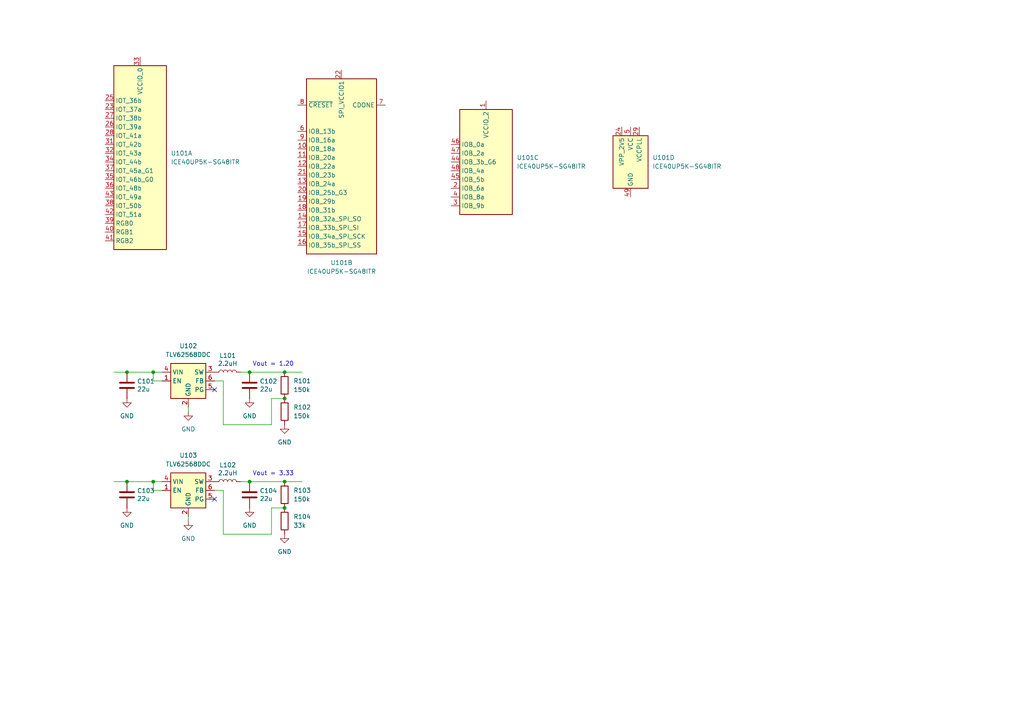
<source format=kicad_sch>
(kicad_sch (version 20231120) (generator "eeschema") (generator_version "8.0")
  (paper "A4")
  (lib_symbols
    (symbol "Device:C" (pin_numbers hide) (pin_names (offset 0.254))
      (property "Reference" "C" (at 0.635 2.54 0))
      (property "Value" "C" (at 0.635 -2.54 0))
      (symbol "C_0_1"
        (polyline (pts (xy -2.032 -0.762) (xy 2.032 -0.762)) (stroke (width 0.508)))
        (polyline (pts (xy -2.032 0.762) (xy 2.032 0.762)) (stroke (width 0.508)))
      )
      (symbol "C_1_1"
        (pin passive line (at 0 3.81 270) (length 2.794) (name "~") (number "1"))
        (pin passive line (at 0 -3.81 90) (length 2.794) (name "~") (number "2"))
      )
    )
    (symbol "Device:L" (pin_numbers hide) (pin_names (offset 1.016) hide)
      (property "Reference" "L" (at -1.27 0 90))
      (property "Value" "L" (at 1.905 0 90))
      (symbol "L_0_1"
        (arc (start 0 -2.54) (mid 0.6323 -1.905) (end 0 -1.27))
        (arc (start 0 -1.27) (mid 0.6323 -0.635) (end 0 0))
        (arc (start 0 0) (mid 0.6323 0.635) (end 0 1.27))
        (arc (start 0 1.27) (mid 0.6323 1.905) (end 0 2.54))
      )
      (symbol "L_1_1"
        (pin passive line (at 0 3.81 270) (length 1.27) (name "1") (number "1"))
        (pin passive line (at 0 -3.81 90) (length 1.27) (name "2") (number "2"))
      )
    )
    (symbol "Device:R" (pin_numbers hide) (pin_names (offset 0))
      (property "Reference" "R" (at 2.032 0 90))
      (property "Value" "R" (at 0 0 90))
      (symbol "R_0_1"
        (rectangle (start -1.016 -2.54) (end 1.016 2.54) (stroke (width 0.254)))
      )
      (symbol "R_1_1"
        (pin passive line (at 0 3.81 270) (length 1.27) (name "~") (number "1"))
        (pin passive line (at 0 -3.81 90) (length 1.27) (name "~") (number "2"))
      )
    )
    (symbol "FPGA_Lattice:ICE40UP5K-SG48ITR"
      (property "Reference" "U" (at -8.89 -29.21 0))
      (property "Value" "ICE40UP5K-SG48ITR" (at 0 -31.75 0))
      (symbol "ICE40UP5K-SG48ITR_1_1"
        (rectangle (start -7.62 25.4) (end 7.62 -27.94) (stroke (width 0.254)) (fill (type background)))
        (pin bidirectional line (at -10.16 12.7 0) (length 2.54) (name "IOT_37a") (number "23"))
        (pin bidirectional line (at -10.16 15.24 0) (length 2.54) (name "IOT_36b") (number "25"))
        (pin bidirectional line (at -10.16 7.62 0) (length 2.54) (name "IOT_39a") (number "26"))
        (pin bidirectional line (at -10.16 10.16 0) (length 2.54) (name "IOT_38b") (number "27"))
        (pin bidirectional line (at -10.16 5.08 0) (length 2.54) (name "IOT_41a") (number "28"))
        (pin bidirectional line (at -10.16 2.54 0) (length 2.54) (name "IOT_42b") (number "31"))
        (pin bidirectional line (at -10.16 0 0) (length 2.54) (name "IOT_43a") (number "32"))
        (pin power_in line (at 0 27.94 270) (length 2.54) (name "VCCIO_0") (number "33"))
        (pin bidirectional line (at -10.16 -2.54 0) (length 2.54) (name "IOT_44b") (number "34"))
        (pin bidirectional line (at -10.16 -7.62 0) (length 2.54) (name "IOT_46b_G0") (number "35"))
        (pin bidirectional line (at -10.16 -10.16 0) (length 2.54) (name "IOT_48b") (number "36"))
        (pin bidirectional line (at -10.16 -5.08 0) (length 2.54) (name "IOT_45a_G1") (number "37"))
        (pin bidirectional line (at -10.16 -15.24 0) (length 2.54) (name "IOT_50b") (number "38"))
        (pin open_collector line (at -10.16 -20.32 0) (length 2.54) (name "RGB0") (number "39"))
        (pin open_collector line (at -10.16 -22.86 0) (length 2.54) (name "RGB1") (number "40"))
        (pin open_collector line (at -10.16 -25.4 0) (length 2.54) (name "RGB2") (number "41"))
        (pin bidirectional line (at -10.16 -17.78 0) (length 2.54) (name "IOT_51a") (number "42"))
        (pin bidirectional line (at -10.16 -12.7 0) (length 2.54) (name "IOT_49a") (number "43"))
      )
      (symbol "ICE40UP5K-SG48ITR_2_1"
        (rectangle (start -10.16 25.4) (end 10.16 -25.4) (stroke (width 0.254)) (fill (type background)))
        (pin bidirectional line (at -12.7 5.08 0) (length 2.54) (name "IOB_18a") (number "10"))
        (pin bidirectional line (at -12.7 2.54 0) (length 2.54) (name "IOB_20a") (number "11"))
        (pin bidirectional line (at -12.7 0 0) (length 2.54) (name "IOB_22a") (number "12"))
        (pin bidirectional line (at -12.7 -5.08 0) (length 2.54) (name "IOB_24a") (number "13"))
        (pin bidirectional line (at -12.7 -15.24 0) (length 2.54) (name "IOB_32a_SPI_SO") (number "14"))
        (pin bidirectional line (at -12.7 -20.32 0) (length 2.54) (name "IOB_34a_SPI_SCK") (number "15"))
        (pin bidirectional line (at -12.7 -22.86 0) (length 2.54) (name "IOB_35b_SPI_SS") (number "16"))
        (pin bidirectional line (at -12.7 -17.78 0) (length 2.54) (name "IOB_33b_SPI_SI") (number "17"))
        (pin bidirectional line (at -12.7 -12.7 0) (length 2.54) (name "IOB_31b") (number "18"))
        (pin bidirectional line (at -12.7 -10.16 0) (length 2.54) (name "IOB_29b") (number "19"))
        (pin bidirectional line (at -12.7 -7.62 0) (length 2.54) (name "IOB_25b_G3") (number "20"))
        (pin bidirectional line (at -12.7 -2.54 0) (length 2.54) (name "IOB_23b") (number "21"))
        (pin power_in line (at 0 27.94 270) (length 2.54) (name "SPI_VCCIO1") (number "22"))
        (pin bidirectional line (at -12.7 10.16 0) (length 2.54) (name "IOB_13b") (number "6"))
        (pin open_collector line (at 12.7 17.78 180) (length 2.54) (name "CDONE") (number "7"))
        (pin input line (at -12.7 17.78 0) (length 2.54) (name "~{CRESET}") (number "8"))
        (pin bidirectional line (at -12.7 7.62 0) (length 2.54) (name "IOB_16a") (number "9"))
      )
      (symbol "ICE40UP5K-SG48ITR_3_1"
        (rectangle (start -7.62 15.24) (end 7.62 -15.24) (stroke (width 0.254)) (fill (type background)))
        (pin power_in line (at 0 17.78 270) (length 2.54) (name "VCCIO_2") (number "1"))
        (pin bidirectional line (at -10.16 -7.62 0) (length 2.54) (name "IOB_6a") (number "2"))
        (pin bidirectional line (at -10.16 -12.7 0) (length 2.54) (name "IOB_9b") (number "3"))
        (pin bidirectional line (at -10.16 -10.16 0) (length 2.54) (name "IOB_8a") (number "4"))
        (pin bidirectional line (at -10.16 0 0) (length 2.54) (name "IOB_3b_G6") (number "44"))
        (pin bidirectional line (at -10.16 -5.08 0) (length 2.54) (name "IOB_5b") (number "45"))
        (pin bidirectional line (at -10.16 5.08 0) (length 2.54) (name "IOB_0a") (number "46"))
        (pin bidirectional line (at -10.16 2.54 0) (length 2.54) (name "IOB_2a") (number "47"))
        (pin bidirectional line (at -10.16 -2.54 0) (length 2.54) (name "IOB_4a") (number "48"))
      )
      (symbol "ICE40UP5K-SG48ITR_4_1"
        (rectangle (start -5.08 7.62) (end 5.08 -7.62) (stroke (width 0.254)) (fill (type background)))
        (pin power_in line (at -2.54 10.16 270) (length 2.54) (name "VPP_2V5") (number "24"))
        (pin power_out line (at 2.54 10.16 270) (length 2.54) (name "VCCPLL") (number "29"))
        (pin passive line (at 0 10.16 270) (length 2.54) hide (name "VCC") (number "30"))
        (pin power_in line (at 0 -10.16 90) (length 2.54) (name "GND") (number "49"))
        (pin power_in line (at 0 10.16 270) (length 2.54) (name "VCC") (number "5"))
      )
    )
    (symbol "Regulator_Switching:TLV62568DDC"
      (property "Reference" "U" (at -5.08 6.35 0))
      (property "Value" "TLV62568DDC" (at 0 6.35 0))
      (symbol "TLV62568DDC_0_1"
        (rectangle (start -5.08 5.08) (end 5.08 -5.08) (stroke (width 0.254)) (fill (type background)))
      )
      (symbol "TLV62568DDC_1_1"
        (pin input line (at -7.62 0 0) (length 2.54) (name "EN") (number "1"))
        (pin power_in line (at 0 -7.62 90) (length 2.54) (name "GND") (number "2"))
        (pin power_out line (at 7.62 2.54 180) (length 2.54) (name "SW") (number "3"))
        (pin power_in line (at -7.62 2.54 0) (length 2.54) (name "VIN") (number "4"))
        (pin open_collector line (at 7.62 -2.54 180) (length 2.54) (name "PG") (number "5"))
        (pin input line (at 7.62 0 180) (length 2.54) (name "FB") (number "6"))
      )
    )
    (symbol "power:GND" (power) (pin_numbers hide) (pin_names (offset 0) hide)
      (property "Value" "GND" (at 0 -3.81 0))
      (symbol "GND_0_1"
        (polyline (pts (xy 0 0) (xy 0 -1.27) (xy 1.27 -1.27) (xy 0 -2.54) (xy -1.27 -1.27) (xy 0 -1.27)))
      )
      (symbol "GND_1_1"
        (pin power_in line (at 0 0 270) (length 0) (name "~") (number "1"))
      )
    )
  )
  (junction (at 44.45 107.95))
  (junction (at 82.55 115.57))
  (junction (at 36.83 107.95))
  (junction (at 72.39 139.7))
  (junction (at 72.39 107.95))
  (junction (at 36.83 139.7))
  (junction (at 82.55 147.32))
  (junction (at 82.55 139.7))
  (junction (at 82.55 107.95))
  (junction (at 44.45 139.7))
  (no_connect (at 62.23 113.03))
  (no_connect (at 62.23 144.78))
  (wire (pts (xy 82.55 139.7) (xy 87.63 139.7)))
  (wire (pts (xy 54.61 149.86) (xy 54.61 151.13)))
  (wire (pts (xy 33.02 107.95) (xy 36.83 107.95)))
  (wire (pts (xy 44.45 107.95) (xy 46.99 107.95)))
  (wire (pts (xy 69.85 139.7) (xy 72.39 139.7)))
  (wire (pts (xy 78.74 154.94) (xy 64.77 154.94)))
  (wire (pts (xy 44.45 139.7) (xy 44.45 142.24)))
  (wire (pts (xy 36.83 139.7) (xy 44.45 139.7)))
  (wire (pts (xy 82.55 147.32) (xy 78.74 147.32)))
  (wire (pts (xy 54.61 118.11) (xy 54.61 119.38)))
  (wire (pts (xy 62.23 110.49) (xy 64.77 110.49)))
  (wire (pts (xy 82.55 107.95) (xy 87.63 107.95)))
  (wire (pts (xy 44.45 142.24) (xy 46.99 142.24)))
  (wire (pts (xy 36.83 107.95) (xy 44.45 107.95)))
  (wire (pts (xy 44.45 139.7) (xy 46.99 139.7)))
  (wire (pts (xy 78.74 123.19) (xy 64.77 123.19)))
  (wire (pts (xy 44.45 110.49) (xy 46.99 110.49)))
  (wire (pts (xy 44.45 107.95) (xy 44.45 110.49)))
  (wire (pts (xy 64.77 110.49) (xy 64.77 123.19)))
  (wire (pts (xy 78.74 147.32) (xy 78.74 154.94)))
  (wire (pts (xy 62.23 142.24) (xy 64.77 142.24)))
  (wire (pts (xy 78.74 115.57) (xy 78.74 123.19)))
  (wire (pts (xy 82.55 115.57) (xy 78.74 115.57)))
  (wire (pts (xy 72.39 107.95) (xy 82.55 107.95)))
  (wire (pts (xy 72.39 139.7) (xy 82.55 139.7)))
  (wire (pts (xy 33.02 139.7) (xy 36.83 139.7)))
  (wire (pts (xy 69.85 107.95) (xy 72.39 107.95)))
  (wire (pts (xy 64.77 142.24) (xy 64.77 154.94)))
  (text "Vout = 3.33" (at 79.248 137.414 0) (effects (font (size 1.27 1.27))))
  (text "Vout = 1.20" (at 79.248 105.664 0) (effects (font (size 1.27 1.27))))
  (symbol (lib_id "power:GND") (at 72.39 115.57 0) (unit 1)
    (property "Reference" "#PWR0102" (effects (hide yes)))
    (property "Value" "GND" (at 72.39 120.65 0))
    (property "Description" "Power symbol creates a global label with name \"GND\" , ground" (effects (hide yes)))
  )
  (symbol (lib_id "FPGA_Lattice:ICE40UP5K-SG48ITR") (at 40.64 44.45 0) (unit 1)
    (property "Reference" "U101" (at 49.53 44.4499 0) (effects (justify left)))
    (property "Value" "ICE40UP5K-SG48ITR" (at 49.53 46.9899 0) (effects (justify left)))
    (property "Footprint" "Package_DFN_QFN:QFN-48-1EP_7x7mm_P0.5mm_EP5.6x5.6mm" (effects (hide yes)))
    (property "Datasheet" "http://www.latticesemi.com/Products/FPGAandCPLD/iCE40Ultra" (effects (hide yes)))
    (property "Description" "iCE40 UltraPlus FPGA, 5280 LUTs, 1.2V, 48-pin QFN" (effects (hide yes)))
  )
  (symbol (lib_id "power:GND") (at 36.83 115.57 0) (unit 1)
    (property "Reference" "#PWR0101" (effects (hide yes)))
    (property "Value" "GND" (at 36.83 120.65 0))
    (property "Description" "Power symbol creates a global label with name \"GND\" , ground" (effects (hide yes)))
  )
  (symbol (lib_id "power:GND") (at 72.39 147.32 0) (unit 1)
    (property "Reference" "#PWR0106" (effects (hide yes)))
    (property "Value" "GND" (at 72.39 152.4 0))
    (property "Description" "Power symbol creates a global label with name \"GND\" , ground" (effects (hide yes)))
  )
  (symbol (lib_id "Device:R") (at 82.55 143.51 0) (unit 1)
    (property "Reference" "R103" (at 85.09 142.2399 0) (effects (justify left)))
    (property "Value" "150k" (at 85.09 144.7799 0) (effects (justify left)))
    (property "Footprint" "Resistor_SMD:R_0402_1005Metric" (effects (hide yes)))
    (property "Description" "Resistor" (effects (hide yes)))
    (property "LCSC" "C25755" (effects (hide yes)))
  )
  (symbol (lib_id "power:GND") (at 36.83 147.32 0) (unit 1)
    (property "Reference" "#PWR0105" (effects (hide yes)))
    (property "Value" "GND" (at 36.83 152.4 0))
    (property "Description" "Power symbol creates a global label with name \"GND\" , ground" (effects (hide yes)))
  )
  (symbol (lib_id "Device:L") (at 66.04 107.95 90) (unit 1)
    (property "Reference" "L101" (at 66.04 103.124 90))
    (property "Value" "2.2uH" (at 66.04 105.4354 90))
    (property "Footprint" "Inductor_SMD:L_Taiyo-Yuden_NR-40xx" (effects (hide yes)))
    (property "manf#" "SDER041H-2R2MS" (effects (hide yes)))
    (property "LCSC" "C2929416" (effects (hide yes)))
  )
  (symbol (lib_id "Device:C") (at 72.39 143.51 0) (unit 1)
    (property "Reference" "C104" (at 75.311 142.3416 0) (effects (justify left)))
    (property "Value" "22u" (at 75.311 144.653 0) (effects (justify left)))
    (property "Footprint" "Capacitor_SMD:C_0603_1608Metric" (effects (hide yes)))
    (property "LCSC" "C59461" (effects (hide yes)))
  )
  (symbol (lib_id "FPGA_Lattice:ICE40UP5K-SG48ITR") (at 140.97 46.99 0) (unit 3)
    (property "Reference" "U101" (at 149.86 45.7199 0) (effects (justify left)))
    (property "Value" "ICE40UP5K-SG48ITR" (at 149.86 48.2599 0) (effects (justify left)))
    (property "Footprint" "Package_DFN_QFN:QFN-48-1EP_7x7mm_P0.5mm_EP5.6x5.6mm" (effects (hide yes)))
    (property "Datasheet" "http://www.latticesemi.com/Products/FPGAandCPLD/iCE40Ultra" (effects (hide yes)))
    (property "Description" "iCE40 UltraPlus FPGA, 5280 LUTs, 1.2V, 48-pin QFN" (effects (hide yes)))
  )
  (symbol (lib_id "power:GND") (at 54.61 151.13 0) (unit 1)
    (property "Reference" "#PWR0107" (effects (hide yes)))
    (property "Value" "GND" (at 54.61 156.21 0))
    (property "Description" "Power symbol creates a global label with name \"GND\" , ground" (effects (hide yes)))
  )
  (symbol (lib_id "Device:C") (at 36.83 111.76 0) (unit 1)
    (property "Reference" "C101" (at 39.751 110.5916 0) (effects (justify left)))
    (property "Value" "22u" (at 39.751 112.903 0) (effects (justify left)))
    (property "Footprint" "Capacitor_SMD:C_0603_1608Metric" (effects (hide yes)))
    (property "LCSC" "C59461" (effects (hide yes)))
  )
  (symbol (lib_id "Regulator_Switching:TLV62568DDC") (at 54.61 142.24 0) (unit 1)
    (property "Reference" "U103" (at 54.61 132.08 0))
    (property "Value" "TLV62568DDC" (at 54.61 134.62 0))
    (property "Footprint" "Package_TO_SOT_SMD:SOT-23-6" (effects (hide yes)))
    (property "Datasheet" "http://www.ti.com/lit/ds/symlink/tlv62568.pdf" (effects (hide yes)))
    (property "LCSC" "C2071019" (effects (hide yes)))
  )
  (symbol (lib_id "Device:C") (at 72.39 111.76 0) (unit 1)
    (property "Reference" "C102" (at 75.311 110.5916 0) (effects (justify left)))
    (property "Value" "22u" (at 75.311 112.903 0) (effects (justify left)))
    (property "Footprint" "Capacitor_SMD:C_0603_1608Metric" (effects (hide yes)))
    (property "LCSC" "C59461" (effects (hide yes)))
  )
  (symbol (lib_id "power:GND") (at 82.55 123.19 0) (unit 1)
    (property "Reference" "#PWR0104" (effects (hide yes)))
    (property "Value" "GND" (at 82.55 128.27 0))
    (property "Description" "Power symbol creates a global label with name \"GND\" , ground" (effects (hide yes)))
  )
  (symbol (lib_id "Device:R") (at 82.55 119.38 0) (unit 1)
    (property "Reference" "R102" (at 85.09 118.1099 0) (effects (justify left)))
    (property "Value" "150k" (at 85.09 120.6499 0) (effects (justify left)))
    (property "Footprint" "Resistor_SMD:R_0402_1005Metric" (effects (hide yes)))
    (property "Description" "Resistor" (effects (hide yes)))
    (property "LCSC" "C25755" (effects (hide yes)))
  )
  (symbol (lib_id "Device:R") (at 82.55 111.76 0) (unit 1)
    (property "Reference" "R101" (at 85.09 110.4899 0) (effects (justify left)))
    (property "Value" "150k" (at 85.09 113.0299 0) (effects (justify left)))
    (property "Footprint" "Resistor_SMD:R_0402_1005Metric" (effects (hide yes)))
    (property "Description" "Resistor" (effects (hide yes)))
    (property "LCSC" "C25755" (effects (hide yes)))
  )
  (symbol (lib_id "Device:C") (at 36.83 143.51 0) (unit 1)
    (property "Reference" "C103" (at 39.751 142.3416 0) (effects (justify left)))
    (property "Value" "22u" (at 39.751 144.653 0) (effects (justify left)))
    (property "Footprint" "Capacitor_SMD:C_0603_1608Metric" (effects (hide yes)))
    (property "LCSC" "C59461" (effects (hide yes)))
  )
  (symbol (lib_id "power:GND") (at 54.61 119.38 0) (unit 1)
    (property "Reference" "#PWR0103" (effects (hide yes)))
    (property "Value" "GND" (at 54.61 124.46 0))
    (property "Description" "Power symbol creates a global label with name \"GND\" , ground" (effects (hide yes)))
  )
  (symbol (lib_id "Device:L") (at 66.04 139.7 90) (unit 1)
    (property "Reference" "L102" (at 66.04 134.874 90))
    (property "Value" "2.2uH" (at 66.04 137.1854 90))
    (property "Footprint" "Inductor_SMD:L_Taiyo-Yuden_NR-40xx" (effects (hide yes)))
    (property "manf#" "SDER041H-2R2MS" (effects (hide yes)))
    (property "LCSC" "C2929416" (effects (hide yes)))
  )
  (symbol (lib_id "power:GND") (at 82.55 154.94 0) (unit 1)
    (property "Reference" "#PWR0108" (effects (hide yes)))
    (property "Value" "GND" (at 82.55 160.02 0))
    (property "Description" "Power symbol creates a global label with name \"GND\" , ground" (effects (hide yes)))
  )
  (symbol (lib_id "Regulator_Switching:TLV62568DDC") (at 54.61 110.49 0) (unit 1)
    (property "Reference" "U102" (at 54.61 100.33 0))
    (property "Value" "TLV62568DDC" (at 54.61 102.87 0))
    (property "Footprint" "Package_TO_SOT_SMD:SOT-23-6" (effects (hide yes)))
    (property "Datasheet" "http://www.ti.com/lit/ds/symlink/tlv62568.pdf" (effects (hide yes)))
    (property "LCSC" "C2071019" (effects (hide yes)))
  )
  (symbol (lib_id "FPGA_Lattice:ICE40UP5K-SG48ITR") (at 99.06 48.26 0) (unit 2)
    (property "Reference" "U101" (at 99.06 76.2 0))
    (property "Value" "ICE40UP5K-SG48ITR" (at 99.06 78.74 0))
    (property "Footprint" "Package_DFN_QFN:QFN-48-1EP_7x7mm_P0.5mm_EP5.6x5.6mm" (effects (hide yes)))
    (property "Datasheet" "http://www.latticesemi.com/Products/FPGAandCPLD/iCE40Ultra" (effects (hide yes)))
    (property "Description" "iCE40 UltraPlus FPGA, 5280 LUTs, 1.2V, 48-pin QFN" (effects (hide yes)))
  )
  (symbol (lib_id "FPGA_Lattice:ICE40UP5K-SG48ITR") (at 182.88 46.99 0) (unit 4)
    (property "Reference" "U101" (at 189.23 45.7199 0) (effects (justify left)))
    (property "Value" "ICE40UP5K-SG48ITR" (at 189.23 48.2599 0) (effects (justify left)))
    (property "Footprint" "Package_DFN_QFN:QFN-48-1EP_7x7mm_P0.5mm_EP5.6x5.6mm" (effects (hide yes)))
    (property "Datasheet" "http://www.latticesemi.com/Products/FPGAandCPLD/iCE40Ultra" (effects (hide yes)))
    (property "Description" "iCE40 UltraPlus FPGA, 5280 LUTs, 1.2V, 48-pin QFN" (effects (hide yes)))
  )
  (symbol (lib_id "Device:R") (at 82.55 151.13 0) (unit 1)
    (property "Reference" "R104" (at 85.09 149.8599 0) (effects (justify left)))
    (property "Value" "33k" (at 85.09 152.3999 0) (effects (justify left)))
    (property "Footprint" "Resistor_SMD:R_0402_1005Metric" (effects (hide yes)))
    (property "Description" "Resistor" (effects (hide yes)))
    (property "LCSC" "C25779" (effects (hide yes)))
  )
)
</source>
